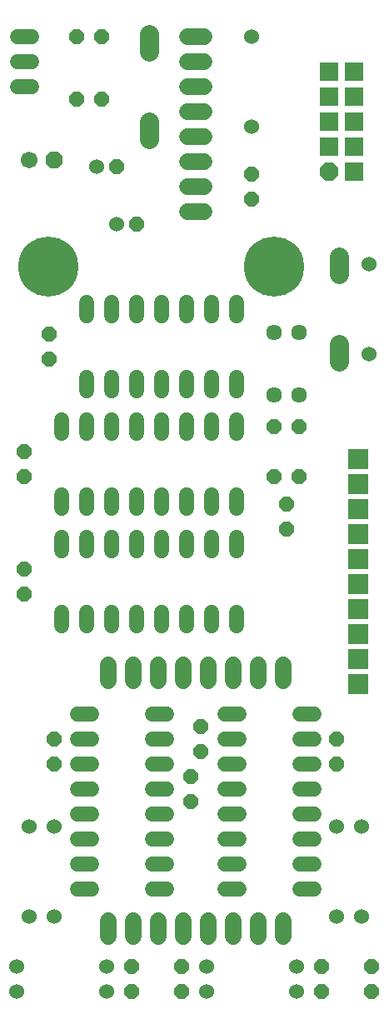
<source format=gbs>
G75*
%MOIN*%
%OFA0B0*%
%FSLAX24Y24*%
%IPPOS*%
%LPD*%
%AMOC8*
5,1,8,0,0,1.08239X$1,22.5*
%
%ADD10C,0.0600*%
%ADD11C,0.0600*%
%ADD12OC8,0.0740*%
%ADD13R,0.0740X0.0740*%
%ADD14C,0.0752*%
%ADD15OC8,0.0600*%
%ADD16C,0.0634*%
%ADD17OC8,0.0670*%
%ADD18C,0.0670*%
%ADD19C,0.0680*%
%ADD20R,0.0788X0.0788*%
%ADD21C,0.2402*%
D10*
X003720Y005367D02*
X004280Y005367D01*
X004280Y006367D02*
X003720Y006367D01*
X003720Y007367D02*
X004280Y007367D01*
X004280Y008367D02*
X003720Y008367D01*
X003720Y009367D02*
X004280Y009367D01*
X004280Y010367D02*
X003720Y010367D01*
X003720Y011367D02*
X004280Y011367D01*
X004280Y012367D02*
X003720Y012367D01*
X004100Y015887D02*
X004100Y016447D01*
X003100Y016447D02*
X003100Y015887D01*
X003100Y018887D02*
X003100Y019447D01*
X003100Y020587D02*
X003100Y021147D01*
X004100Y021147D02*
X004100Y020587D01*
X004100Y019447D02*
X004100Y018887D01*
X005100Y018887D02*
X005100Y019447D01*
X005100Y020587D02*
X005100Y021147D01*
X006100Y021147D02*
X006100Y020587D01*
X006100Y019447D02*
X006100Y018887D01*
X007100Y018887D02*
X007100Y019447D01*
X007100Y020587D02*
X007100Y021147D01*
X008100Y021147D02*
X008100Y020587D01*
X008100Y019447D02*
X008100Y018887D01*
X009100Y018887D02*
X009100Y019447D01*
X009100Y020587D02*
X009100Y021147D01*
X009100Y023587D02*
X009100Y024147D01*
X009100Y025287D02*
X009100Y025847D01*
X008100Y025847D02*
X008100Y025287D01*
X008100Y024147D02*
X008100Y023587D01*
X007100Y023587D02*
X007100Y024147D01*
X007100Y025287D02*
X007100Y025847D01*
X006100Y025847D02*
X006100Y025287D01*
X006100Y024147D02*
X006100Y023587D01*
X005100Y023587D02*
X005100Y024147D01*
X005100Y025287D02*
X005100Y025847D01*
X004100Y025847D02*
X004100Y025287D01*
X004100Y024147D02*
X004100Y023587D01*
X003100Y023587D02*
X003100Y024147D01*
X004100Y028287D02*
X004100Y028847D01*
X005100Y028847D02*
X005100Y028287D01*
X006100Y028287D02*
X006100Y028847D01*
X007100Y028847D02*
X007100Y028287D01*
X008100Y028287D02*
X008100Y028847D01*
X009100Y028847D02*
X009100Y028287D01*
X010100Y028287D02*
X010100Y028847D01*
X010100Y025847D02*
X010100Y025287D01*
X010100Y024147D02*
X010100Y023587D01*
X010100Y021147D02*
X010100Y020587D01*
X010100Y019447D02*
X010100Y018887D01*
X010100Y016447D02*
X010100Y015887D01*
X009100Y015887D02*
X009100Y016447D01*
X008100Y016447D02*
X008100Y015887D01*
X007100Y015887D02*
X007100Y016447D01*
X006100Y016447D02*
X006100Y015887D01*
X005100Y015887D02*
X005100Y016447D01*
X006720Y012367D02*
X007280Y012367D01*
X007280Y011367D02*
X006720Y011367D01*
X006720Y010367D02*
X007280Y010367D01*
X007280Y009367D02*
X006720Y009367D01*
X006720Y008367D02*
X007280Y008367D01*
X007280Y007367D02*
X006720Y007367D01*
X006720Y006367D02*
X007280Y006367D01*
X007280Y005367D02*
X006720Y005367D01*
X009620Y005367D02*
X010180Y005367D01*
X010180Y006367D02*
X009620Y006367D01*
X009620Y007367D02*
X010180Y007367D01*
X010180Y008367D02*
X009620Y008367D01*
X009620Y009367D02*
X010180Y009367D01*
X010180Y010367D02*
X009620Y010367D01*
X009620Y011367D02*
X010180Y011367D01*
X010180Y012367D02*
X009620Y012367D01*
X012620Y012367D02*
X013180Y012367D01*
X013180Y011367D02*
X012620Y011367D01*
X012620Y010367D02*
X013180Y010367D01*
X013180Y009367D02*
X012620Y009367D01*
X012620Y008367D02*
X013180Y008367D01*
X013180Y007367D02*
X012620Y007367D01*
X012620Y006367D02*
X013180Y006367D01*
X013180Y005367D02*
X012620Y005367D01*
X001880Y037467D02*
X001320Y037467D01*
X001320Y038467D02*
X001880Y038467D01*
X001880Y039467D02*
X001320Y039467D01*
D11*
X001297Y001267D03*
X001297Y002267D03*
X001800Y004264D03*
X002800Y004264D03*
X002800Y007870D03*
X001800Y007870D03*
X004903Y002267D03*
X004903Y001267D03*
X008897Y001267D03*
X008897Y002267D03*
X012503Y002267D03*
X012503Y001267D03*
X014100Y004264D03*
X015100Y004264D03*
X015100Y007870D03*
X014100Y007870D03*
X015400Y026764D03*
X015400Y030370D03*
X010700Y035864D03*
X010700Y039470D03*
X005300Y031967D03*
X004500Y034267D03*
D12*
X013800Y034067D03*
D13*
X013800Y035067D03*
X013800Y036067D03*
X013800Y037067D03*
X013800Y038067D03*
X014800Y038067D03*
X014800Y037067D03*
X014800Y036067D03*
X014800Y035067D03*
X014800Y034067D03*
D14*
X014200Y030673D02*
X014200Y029960D01*
X014200Y027173D02*
X014200Y026460D01*
X006600Y035360D02*
X006600Y036073D01*
X006600Y038860D02*
X006600Y039573D01*
D15*
X004700Y039467D03*
X003700Y039467D03*
X003700Y036967D03*
X004700Y036967D03*
X005300Y034267D03*
X006100Y031967D03*
X002600Y027567D03*
X002600Y026567D03*
X001600Y022867D03*
X001600Y021867D03*
X001600Y018167D03*
X001600Y017167D03*
X002800Y011367D03*
X002800Y010367D03*
X005900Y002267D03*
X005900Y001267D03*
X007900Y001267D03*
X007900Y002267D03*
X008250Y008867D03*
X008250Y009867D03*
X008650Y010867D03*
X008650Y011867D03*
X012100Y019767D03*
X012100Y020767D03*
X011600Y021867D03*
X011600Y023867D03*
X012600Y023867D03*
X012600Y021867D03*
X014100Y011367D03*
X014100Y010367D03*
X013500Y002267D03*
X013500Y001267D03*
X015500Y001267D03*
X015500Y002267D03*
X010700Y032967D03*
X010700Y033967D03*
D16*
X011600Y027617D03*
X012600Y027617D03*
X012600Y025117D03*
X011600Y025117D03*
D17*
X002800Y034517D03*
D18*
X001800Y034517D03*
D19*
X008139Y034481D02*
X008779Y034481D01*
X008779Y035481D02*
X008139Y035481D01*
X008139Y036481D02*
X008779Y036481D01*
X008779Y037481D02*
X008139Y037481D01*
X008139Y038481D02*
X008779Y038481D01*
X008779Y039481D02*
X008139Y039481D01*
X008139Y033481D02*
X008779Y033481D01*
X008779Y032481D02*
X008139Y032481D01*
X007959Y014348D02*
X007959Y013708D01*
X006959Y013708D02*
X006959Y014348D01*
X005959Y014348D02*
X005959Y013708D01*
X004959Y013708D02*
X004959Y014348D01*
X008959Y014348D02*
X008959Y013708D01*
X009959Y013708D02*
X009959Y014348D01*
X010959Y014348D02*
X010959Y013708D01*
X011959Y013708D02*
X011959Y014348D01*
X011959Y004112D02*
X011959Y003472D01*
X010959Y003472D02*
X010959Y004112D01*
X009959Y004112D02*
X009959Y003472D01*
X008959Y003472D02*
X008959Y004112D01*
X007959Y004112D02*
X007959Y003472D01*
X006959Y003472D02*
X006959Y004112D01*
X005959Y004112D02*
X005959Y003472D01*
X004959Y003472D02*
X004959Y004112D01*
D20*
X014955Y013567D03*
X014955Y014567D03*
X014955Y015567D03*
X014955Y016567D03*
X014955Y017567D03*
X014955Y018567D03*
X014955Y019567D03*
X014955Y020567D03*
X014955Y021567D03*
X014955Y022567D03*
D21*
X011609Y030272D03*
X002554Y030272D03*
M02*

</source>
